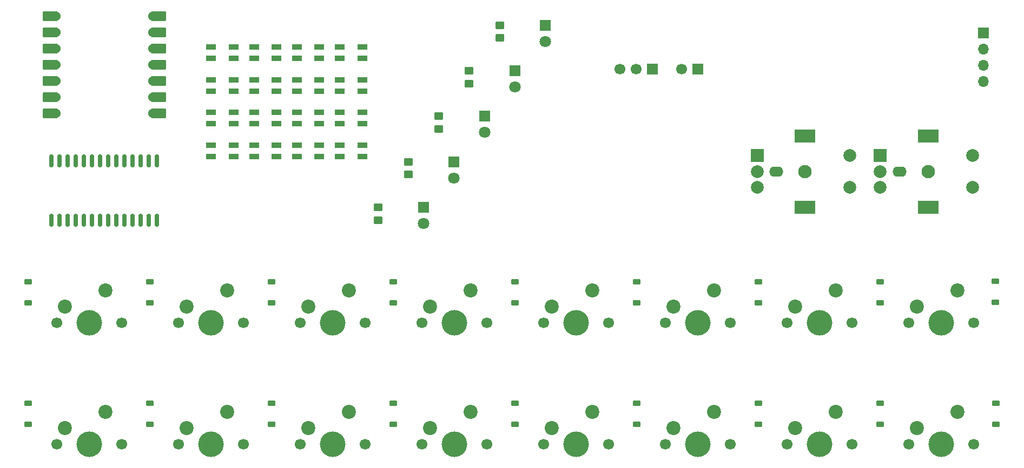
<source format=gbr>
%TF.GenerationSoftware,KiCad,Pcbnew,9.0.6*%
%TF.CreationDate,2025-12-14T23:03:34+01:00*%
%TF.ProjectId,KiCad-Diynamic-Project-Display-Module,4b694361-642d-4446-9979-6e616d69632d,rev?*%
%TF.SameCoordinates,Original*%
%TF.FileFunction,Soldermask,Top*%
%TF.FilePolarity,Negative*%
%FSLAX46Y46*%
G04 Gerber Fmt 4.6, Leading zero omitted, Abs format (unit mm)*
G04 Created by KiCad (PCBNEW 9.0.6) date 2025-12-14 23:03:34*
%MOMM*%
%LPD*%
G01*
G04 APERTURE LIST*
G04 Aperture macros list*
%AMRoundRect*
0 Rectangle with rounded corners*
0 $1 Rounding radius*
0 $2 $3 $4 $5 $6 $7 $8 $9 X,Y pos of 4 corners*
0 Add a 4 corners polygon primitive as box body*
4,1,4,$2,$3,$4,$5,$6,$7,$8,$9,$2,$3,0*
0 Add four circle primitives for the rounded corners*
1,1,$1+$1,$2,$3*
1,1,$1+$1,$4,$5*
1,1,$1+$1,$6,$7*
1,1,$1+$1,$8,$9*
0 Add four rect primitives between the rounded corners*
20,1,$1+$1,$2,$3,$4,$5,0*
20,1,$1+$1,$4,$5,$6,$7,0*
20,1,$1+$1,$6,$7,$8,$9,0*
20,1,$1+$1,$8,$9,$2,$3,0*%
G04 Aperture macros list end*
%ADD10R,1.600000X0.850000*%
%ADD11O,2.200000X1.600000*%
%ADD12C,2.100000*%
%ADD13R,2.000000X2.000000*%
%ADD14C,2.000000*%
%ADD15R,3.200000X2.000000*%
%ADD16C,1.700000*%
%ADD17C,4.000000*%
%ADD18C,2.200000*%
%ADD19RoundRect,0.152400X1.063600X0.609600X-1.063600X0.609600X-1.063600X-0.609600X1.063600X-0.609600X0*%
%ADD20C,1.524000*%
%ADD21RoundRect,0.152400X-1.063600X-0.609600X1.063600X-0.609600X1.063600X0.609600X-1.063600X0.609600X0*%
%ADD22R,1.700000X1.700000*%
%ADD23O,1.700000X1.700000*%
%ADD24RoundRect,0.250000X0.450000X-0.350000X0.450000X0.350000X-0.450000X0.350000X-0.450000X-0.350000X0*%
%ADD25RoundRect,0.225000X-0.375000X0.225000X-0.375000X-0.225000X0.375000X-0.225000X0.375000X0.225000X0*%
%ADD26R,1.800000X1.800000*%
%ADD27C,1.800000*%
%ADD28RoundRect,0.150000X0.150000X-0.875000X0.150000X0.875000X-0.150000X0.875000X-0.150000X-0.875000X0*%
G04 APERTURE END LIST*
D10*
%TO.C,D9*%
X111130000Y-54425000D03*
X111130000Y-56175000D03*
X114630000Y-56175000D03*
X114630000Y-54425000D03*
%TD*%
%TO.C,D12*%
X111130000Y-69785000D03*
X111130000Y-71535000D03*
X114630000Y-71535000D03*
X114630000Y-69785000D03*
%TD*%
%TO.C,D1*%
X97690000Y-54425000D03*
X97690000Y-56175000D03*
X101190000Y-56175000D03*
X101190000Y-54425000D03*
%TD*%
%TO.C,D13*%
X117850000Y-54425000D03*
X117850000Y-56175000D03*
X121350000Y-56175000D03*
X121350000Y-54425000D03*
%TD*%
%TO.C,D2*%
X97690000Y-59545000D03*
X97690000Y-61295000D03*
X101190000Y-61295000D03*
X101190000Y-59545000D03*
%TD*%
%TO.C,D14*%
X117850000Y-59545000D03*
X117850000Y-61295000D03*
X121350000Y-61295000D03*
X121350000Y-59545000D03*
%TD*%
%TO.C,D8*%
X104410000Y-69785000D03*
X104410000Y-71535000D03*
X107910000Y-71535000D03*
X107910000Y-69785000D03*
%TD*%
%TO.C,D16*%
X117850000Y-69785000D03*
X117850000Y-71535000D03*
X121350000Y-71535000D03*
X121350000Y-69785000D03*
%TD*%
%TO.C,D3*%
X97690000Y-64665000D03*
X97690000Y-66415000D03*
X101190000Y-66415000D03*
X101190000Y-64665000D03*
%TD*%
%TO.C,D11*%
X111130000Y-64665000D03*
X111130000Y-66415000D03*
X114630000Y-66415000D03*
X114630000Y-64665000D03*
%TD*%
%TO.C,D15*%
X117850000Y-64665000D03*
X117850000Y-66415000D03*
X121350000Y-66415000D03*
X121350000Y-64665000D03*
%TD*%
%TO.C,D5*%
X104410000Y-54425000D03*
X104410000Y-56175000D03*
X107910000Y-56175000D03*
X107910000Y-54425000D03*
%TD*%
%TO.C,D7*%
X104410000Y-64665000D03*
X104410000Y-66415000D03*
X107910000Y-66415000D03*
X107910000Y-64665000D03*
%TD*%
%TO.C,D4*%
X97690000Y-69785000D03*
X97690000Y-71535000D03*
X101190000Y-71535000D03*
X101190000Y-69785000D03*
%TD*%
%TO.C,D10*%
X111130000Y-59545000D03*
X111130000Y-61295000D03*
X114630000Y-61295000D03*
X114630000Y-59545000D03*
%TD*%
%TO.C,D6*%
X104410000Y-59545000D03*
X104410000Y-61295000D03*
X107910000Y-61295000D03*
X107910000Y-59545000D03*
%TD*%
D11*
%TO.C,SW17*%
X186143750Y-73937500D03*
D12*
X190643750Y-73937500D03*
D13*
X183143750Y-71437500D03*
D14*
X183143750Y-76437500D03*
X183143750Y-73937500D03*
D15*
X190643750Y-68337500D03*
X190643750Y-79537500D03*
D14*
X197643750Y-76437500D03*
X197643750Y-71437500D03*
%TD*%
D11*
%TO.C,SW18*%
X205406250Y-73937500D03*
D12*
X209906250Y-73937500D03*
D13*
X202406250Y-71437500D03*
D14*
X202406250Y-76437500D03*
X202406250Y-73937500D03*
D15*
X209906250Y-68337500D03*
X209906250Y-79537500D03*
D14*
X216906250Y-76437500D03*
X216906250Y-71437500D03*
%TD*%
D16*
%TO.C,SW16*%
X206851250Y-97631250D03*
D17*
X211931250Y-97631250D03*
D16*
X217011250Y-97631250D03*
D18*
X214471250Y-92551250D03*
X208121250Y-95091250D03*
%TD*%
D16*
%TO.C,SW10*%
X92551250Y-97631250D03*
D17*
X97631250Y-97631250D03*
D16*
X102711250Y-97631250D03*
D18*
X100171250Y-92551250D03*
X93821250Y-95091250D03*
%TD*%
D16*
%TO.C,SW3*%
X111601250Y-116681250D03*
D17*
X116681250Y-116681250D03*
D16*
X121761250Y-116681250D03*
D18*
X119221250Y-111601250D03*
X112871250Y-114141250D03*
%TD*%
D16*
%TO.C,SW6*%
X168751250Y-116681250D03*
D17*
X173831250Y-116681250D03*
D16*
X178911250Y-116681250D03*
D18*
X176371250Y-111601250D03*
X170021250Y-114141250D03*
%TD*%
D16*
%TO.C,SW2*%
X92551250Y-116681250D03*
D17*
X97631250Y-116681250D03*
D16*
X102711250Y-116681250D03*
D18*
X100171250Y-111601250D03*
X93821250Y-114141250D03*
%TD*%
D16*
%TO.C,SW14*%
X168751250Y-97631250D03*
D17*
X173831250Y-97631250D03*
D16*
X178911250Y-97631250D03*
D18*
X176371250Y-92551250D03*
X170021250Y-95091250D03*
%TD*%
D16*
%TO.C,SW12*%
X130651250Y-97631250D03*
D17*
X135731250Y-97631250D03*
D16*
X140811250Y-97631250D03*
D18*
X138271250Y-92551250D03*
X131921250Y-95091250D03*
%TD*%
D16*
%TO.C,SW8*%
X206851250Y-116681250D03*
D17*
X211931250Y-116681250D03*
D16*
X217011250Y-116681250D03*
D18*
X214471250Y-111601250D03*
X208121250Y-114141250D03*
%TD*%
D16*
%TO.C,SW7*%
X187801250Y-116681250D03*
D17*
X192881250Y-116681250D03*
D16*
X197961250Y-116681250D03*
D18*
X195421250Y-111601250D03*
X189071250Y-114141250D03*
%TD*%
D16*
%TO.C,SW5*%
X149701250Y-116681250D03*
D17*
X154781250Y-116681250D03*
D16*
X159861250Y-116681250D03*
D18*
X157321250Y-111601250D03*
X150971250Y-114141250D03*
%TD*%
D16*
%TO.C,SW13*%
X149701250Y-97631250D03*
D17*
X154781250Y-97631250D03*
D16*
X159861250Y-97631250D03*
D18*
X157321250Y-92551250D03*
X150971250Y-95091250D03*
%TD*%
D16*
%TO.C,SW9*%
X73501250Y-97631250D03*
D17*
X78581250Y-97631250D03*
D16*
X83661250Y-97631250D03*
D18*
X81121250Y-92551250D03*
X74771250Y-95091250D03*
%TD*%
D16*
%TO.C,SW4*%
X130651250Y-116681250D03*
D17*
X135731250Y-116681250D03*
D16*
X140811250Y-116681250D03*
D18*
X138271250Y-111601250D03*
X131921250Y-114141250D03*
%TD*%
D16*
%TO.C,SW11*%
X111601250Y-97631250D03*
D17*
X116681250Y-97631250D03*
D16*
X121761250Y-97631250D03*
D18*
X119221250Y-92551250D03*
X112871250Y-95091250D03*
%TD*%
D16*
%TO.C,SW1*%
X73501250Y-116681250D03*
D17*
X78581250Y-116681250D03*
D16*
X83661250Y-116681250D03*
D18*
X81121250Y-111601250D03*
X74771250Y-114141250D03*
%TD*%
D16*
%TO.C,SW15*%
X187801250Y-97631250D03*
D17*
X192881250Y-97631250D03*
D16*
X197961250Y-97631250D03*
D18*
X195421250Y-92551250D03*
X189071250Y-95091250D03*
%TD*%
D19*
%TO.C,U1*%
X72507500Y-49530000D03*
D20*
X73342500Y-49530000D03*
D19*
X72507500Y-52070000D03*
D20*
X73342500Y-52070000D03*
D19*
X72507500Y-54610000D03*
D20*
X73342500Y-54610000D03*
D19*
X72507500Y-57150000D03*
D20*
X73342500Y-57150000D03*
D19*
X72507500Y-59690000D03*
D20*
X73342500Y-59690000D03*
D19*
X72507500Y-62230000D03*
D20*
X73342500Y-62230000D03*
D19*
X72507500Y-64770000D03*
D20*
X73342500Y-64770000D03*
X88582500Y-64770000D03*
D21*
X89417500Y-64770000D03*
D20*
X88582500Y-62230000D03*
D21*
X89417500Y-62230000D03*
D20*
X88582500Y-59690000D03*
D21*
X89417500Y-59690000D03*
D20*
X88582500Y-57150000D03*
D21*
X89417500Y-57150000D03*
D20*
X88582500Y-54610000D03*
D21*
X89417500Y-54610000D03*
D20*
X88582500Y-52070000D03*
D21*
X89417500Y-52070000D03*
D20*
X88582500Y-49530000D03*
D21*
X89417500Y-49530000D03*
%TD*%
D22*
%TO.C,Brd1*%
X218600000Y-52190000D03*
D23*
X218600000Y-54730000D03*
X218600000Y-57270000D03*
X218600000Y-59810000D03*
%TD*%
D24*
%TO.C,R5*%
X123793750Y-81543750D03*
X123793750Y-79543750D03*
%TD*%
D25*
%TO.C,D37*%
X202406250Y-110268750D03*
X202406250Y-113568750D03*
%TD*%
D24*
%TO.C,R3*%
X133318750Y-67256250D03*
X133318750Y-65256250D03*
%TD*%
%TO.C,R4*%
X128556250Y-74400000D03*
X128556250Y-72400000D03*
%TD*%
D26*
%TO.C,D21*%
X130937500Y-79543750D03*
D27*
X130937500Y-82083750D03*
%TD*%
D24*
%TO.C,R1*%
X142843750Y-52968750D03*
X142843750Y-50968750D03*
%TD*%
D25*
%TO.C,D24*%
X107156250Y-91218750D03*
X107156250Y-94518750D03*
%TD*%
D26*
%TO.C,D18*%
X145225000Y-58112500D03*
D27*
X145225000Y-60652500D03*
%TD*%
D25*
%TO.C,D34*%
X145256250Y-110268750D03*
X145256250Y-113568750D03*
%TD*%
%TO.C,D28*%
X183356250Y-91218750D03*
X183356250Y-94518750D03*
%TD*%
%TO.C,D31*%
X88106250Y-110268750D03*
X88106250Y-113568750D03*
%TD*%
%TO.C,D22*%
X69056250Y-91218750D03*
X69056250Y-94518750D03*
%TD*%
%TO.C,D23*%
X88106250Y-91218750D03*
X88106250Y-94518750D03*
%TD*%
%TO.C,D32*%
X107156250Y-110268750D03*
X107156250Y-113568750D03*
%TD*%
%TO.C,D30*%
X69056250Y-110268750D03*
X69056250Y-113568750D03*
%TD*%
%TO.C,D27*%
X164306250Y-91218750D03*
X164306250Y-94518750D03*
%TD*%
%TO.C,D39*%
X220400000Y-91150000D03*
X220400000Y-94450000D03*
%TD*%
%TO.C,D33*%
X126206250Y-110268750D03*
X126206250Y-113568750D03*
%TD*%
D26*
%TO.C,D19*%
X140462500Y-65256250D03*
D27*
X140462500Y-67796250D03*
%TD*%
D24*
%TO.C,R2*%
X138081250Y-60112500D03*
X138081250Y-58112500D03*
%TD*%
D25*
%TO.C,D35*%
X164306250Y-110268750D03*
X164306250Y-113568750D03*
%TD*%
%TO.C,D29*%
X202406250Y-91218750D03*
X202406250Y-94518750D03*
%TD*%
%TO.C,D26*%
X145256250Y-91218750D03*
X145256250Y-94518750D03*
%TD*%
%TO.C,D36*%
X183356250Y-110268750D03*
X183356250Y-113568750D03*
%TD*%
D26*
%TO.C,D20*%
X135700000Y-72400000D03*
D27*
X135700000Y-74940000D03*
%TD*%
D25*
%TO.C,D25*%
X126206250Y-91218750D03*
X126206250Y-94518750D03*
%TD*%
%TO.C,D38*%
X220500000Y-110250000D03*
X220500000Y-113550000D03*
%TD*%
D28*
%TO.C,U3*%
X72707500Y-81550000D03*
X73977500Y-81550000D03*
X75247500Y-81550000D03*
X76517500Y-81550000D03*
X77787500Y-81550000D03*
X79057500Y-81550000D03*
X80327500Y-81550000D03*
X81597500Y-81550000D03*
X82867500Y-81550000D03*
X84137500Y-81550000D03*
X85407500Y-81550000D03*
X86677500Y-81550000D03*
X87947500Y-81550000D03*
X89217500Y-81550000D03*
X89217500Y-72250000D03*
X87947500Y-72250000D03*
X86677500Y-72250000D03*
X85407500Y-72250000D03*
X84137500Y-72250000D03*
X82867500Y-72250000D03*
X81597500Y-72250000D03*
X80327500Y-72250000D03*
X79057500Y-72250000D03*
X77787500Y-72250000D03*
X76517500Y-72250000D03*
X75247500Y-72250000D03*
X73977500Y-72250000D03*
X72707500Y-72250000D03*
%TD*%
D26*
%TO.C,D17*%
X149987500Y-50968750D03*
D27*
X149987500Y-53508750D03*
%TD*%
D22*
%TO.C,J2*%
X173880000Y-57885000D03*
D16*
X171340000Y-57885000D03*
%TD*%
D22*
%TO.C,J1*%
X166740000Y-57885000D03*
D16*
X164200000Y-57885000D03*
X161660000Y-57885000D03*
%TD*%
M02*

</source>
